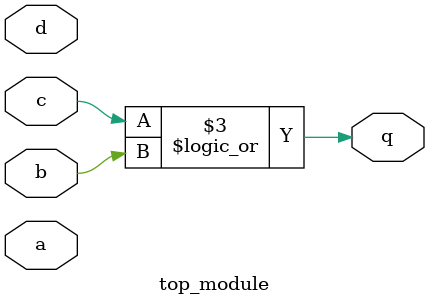
<source format=sv>
module top_module (
    input a, 
    input b, 
    input c, 
    input d,
    output q
);
    assign q = (c == 1'b1) || (b == 1'b1);
endmodule

</source>
